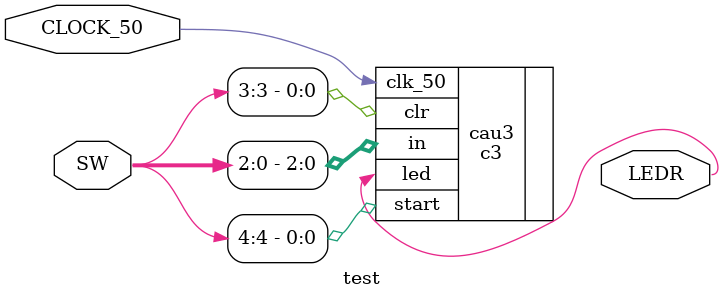
<source format=v>
module test(
	input CLOCK_50,
	input [4:0] SW,
	output [0:0] LEDR
);
	c3 cau3(
		.clk_50	(CLOCK_50),
		.clr		(SW[3]),
		.start	(SW[4]),
		.in		(SW[2:0]),
		.led		(LEDR)
	);
endmodule 
</source>
